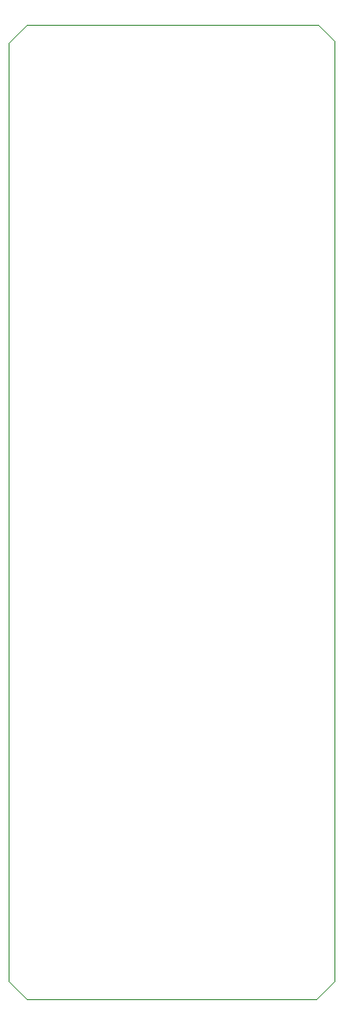
<source format=gbr>
%TF.GenerationSoftware,Altium Limited,Altium Designer,19.0.15 (446)*%
G04 Layer_Color=0*
%FSLAX42Y42*%
%MOMM*%
%TF.FileFunction,Profile,NP*%
%TF.Part,Single*%
G01*
G75*
%TA.AperFunction,Profile*%
%ADD67C,0.03*%
D67*
X3900Y12490D02*
X4060Y12650D01*
Y12650D01*
X6650D01*
X6800Y12500D01*
Y4160D01*
X6640Y4000D01*
X4060D01*
X3900Y4160D01*
Y12490D01*
%TF.MD5,5ab495e3dbc27f11272562fdacbcaede*%
M02*

</source>
